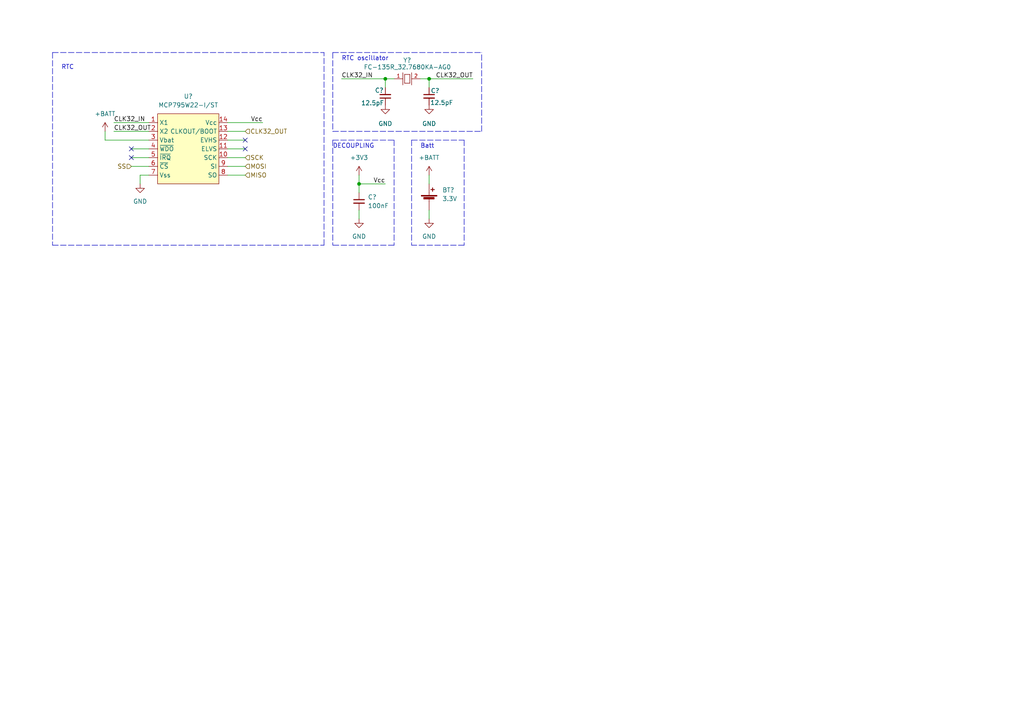
<source format=kicad_sch>
(kicad_sch (version 20211123) (generator eeschema)
  (paper "A4")
  (lib_symbols
    (symbol "Device:Battery_Cell" (pin_numbers hide) (pin_names (offset 0) hide)
      (property "Reference" "BT" (at 2.54 2.54 0))
      (property "Value" "Battery_Cell" (at 2.54 0 0))
      (symbol "Battery_Cell_0_1"
        (rectangle (start -2.286 1.778) (end 2.286 1.524) (fill (type outline)))
        (rectangle (start -1.5748 1.1938) (end 1.4732 0.6858) (fill (type outline)))
        (polyline (pts (xy 0 0.762) (xy 0 0)))
        (polyline (pts (xy 0 1.778) (xy 0 2.54)))
        (polyline (pts (xy 0.508 3.429) (xy 1.524 3.429)) (stroke (width 0.254)))
        (polyline (pts (xy 1.016 3.937) (xy 1.016 2.921)) (stroke (width 0.254)))
      )
      (symbol "Battery_Cell_1_1"
        (pin passive line (at 0 5.08 270) (length 2.54) (name "+") (number "1"))
        (pin passive line (at 0 -2.54 90) (length 2.54) (name "-") (number "2"))
      )
    )
    (symbol "Device:C_Small" (pin_numbers hide) (pin_names (offset 0.254) hide)
      (property "Reference" "C" (at 0.254 1.778 0))
      (property "Value" "C_Small" (at 0.254 -2.032 0))
      (symbol "C_Small_0_1"
        (polyline (pts (xy -1.524 -0.508) (xy 1.524 -0.508)) (stroke (width 0.3302)))
        (polyline (pts (xy -1.524 0.508) (xy 1.524 0.508)) (stroke (width 0.3048)))
      )
      (symbol "C_Small_1_1"
        (pin passive line (at 0 2.54 270) (length 2.032) (name "~") (number "1"))
        (pin passive line (at 0 -2.54 90) (length 2.032) (name "~") (number "2"))
      )
    )
    (symbol "power:+3.3V" (power) (pin_names (offset 0))
      (property "Value" "+3.3V" (at 0 3.556 0))
      (symbol "+3.3V_0_1"
        (polyline (pts (xy -0.762 1.27) (xy 0 2.54)))
        (polyline (pts (xy 0 0) (xy 0 2.54)))
        (polyline (pts (xy 0 2.54) (xy 0.762 1.27)))
      )
      (symbol "+3.3V_1_1"
        (pin power_in line (at 0 0 90) (length 0) hide (name "+3V3") (number "1"))
      )
    )
    (symbol "power:+BATT" (power) (pin_names (offset 0))
      (property "Value" "+BATT" (at 0 3.556 0))
      (symbol "+BATT_0_1"
        (polyline (pts (xy -0.762 1.27) (xy 0 2.54)))
        (polyline (pts (xy 0 0) (xy 0 2.54)))
        (polyline (pts (xy 0 2.54) (xy 0.762 1.27)))
      )
      (symbol "+BATT_1_1"
        (pin power_in line (at 0 0 90) (length 0) hide (name "+BATT") (number "1"))
      )
    )
    (symbol "power:GND" (power) (pin_names (offset 0))
      (property "Value" "GND" (at 0 -3.81 0))
      (symbol "GND_0_1"
        (polyline (pts (xy 0 0) (xy 0 -1.27) (xy 1.27 -1.27) (xy 0 -2.54) (xy -1.27 -1.27) (xy 0 -1.27)))
      )
      (symbol "GND_1_1"
        (pin power_in line (at 0 0 270) (length 0) hide (name "GND") (number "1"))
      )
    )
    (symbol "schematics:FC-135R_32.7680KA-AG0" (pin_names (offset 1.016) hide)
      (property "Reference" "Y" (at -3.81 3.81 0))
      (property "Value" "FC-135R_32.7680KA-AG0" (at -3.81 -5.1054 0))
      (symbol "FC-135R_32.7680KA-AG0_0_0"
        (polyline (pts (xy -1.27 1.778) (xy -1.27 -1.778)) (stroke (width 0.1524)))
        (polyline (pts (xy -0.762 -1.27) (xy -0.762 1.27)) (stroke (width 0.1524)))
        (polyline (pts (xy -0.762 1.27) (xy 0.762 1.27)) (stroke (width 0.1524)))
        (polyline (pts (xy 0.762 -1.27) (xy -0.762 -1.27)) (stroke (width 0.1524)))
        (polyline (pts (xy 0.762 1.27) (xy 0.762 -1.27)) (stroke (width 0.1524)))
        (polyline (pts (xy 1.27 -1.778) (xy 1.27 1.778)) (stroke (width 0.1524)))
        (pin passive line (at -3.81 0 0) (length 2.54) (name "~") (number "1"))
        (pin passive line (at 3.81 0 180) (length 2.54) (name "~") (number "2"))
      )
    )
    (symbol "schematics:MCP795W22-I{slash}ST"
      (property "Reference" "U" (at 0 13.97 0))
      (property "Value" "MCP795W22-I{slash}ST" (at 0 11.43 0))
      (symbol "MCP795W22-I{slash}ST_0_1"
        (rectangle (start -7.62 10.16) (end 10.16 -10.16) (fill (type background)))
      )
      (symbol "MCP795W22-I{slash}ST_1_1"
        (pin input line (at -10.16 7.62 0) (length 2.54) (name "X1") (number "1"))
        (pin input line (at 12.7 -2.54 180) (length 2.54) (name "SCK") (number "10"))
        (pin input line (at 12.7 0 180) (length 2.54) (name "ELVS") (number "11"))
        (pin input line (at 12.7 2.54 180) (length 2.54) (name "EVHS") (number "12"))
        (pin input line (at 12.7 5.08 180) (length 2.54) (name "CLKOUT/BOOT") (number "13"))
        (pin input line (at 12.7 7.62 180) (length 2.54) (name "Vcc") (number "14"))
        (pin input line (at -10.16 5.08 0) (length 2.54) (name "X2") (number "2"))
        (pin input line (at -10.16 2.54 0) (length 2.54) (name "Vbat") (number "3"))
        (pin input line (at -10.16 0 0) (length 2.54) (name "~{WDO}") (number "4"))
        (pin input line (at -10.16 -2.54 0) (length 2.54) (name "~{IRQ}") (number "5"))
        (pin input line (at -10.16 -5.08 0) (length 2.54) (name "~{CS}") (number "6"))
        (pin input line (at -10.16 -7.62 0) (length 2.54) (name "Vss") (number "7"))
        (pin input line (at 12.7 -7.62 180) (length 2.54) (name "SO") (number "8"))
        (pin input line (at 12.7 -5.08 180) (length 2.54) (name "SI") (number "9"))
      )
    )
  )
  (junction (at 111.76 22.86))
  (junction (at 124.46 22.86))
  (junction (at 104.14 53.34))
  (no_connect (at 71.12 40.64))
  (no_connect (at 38.1 43.18))
  (no_connect (at 71.12 43.18))
  (no_connect (at 38.1 45.72))
  (wire (pts (xy 33.02 38.1) (xy 43.18 38.1)))
  (wire (pts (xy 30.48 38.1) (xy 30.48 40.64)))
  (polyline (pts (xy 134.62 40.64) (xy 134.62 71.12)))
  (wire (pts (xy 71.12 45.72) (xy 66.04 45.72)))
  (wire (pts (xy 124.46 50.8) (xy 124.46 53.34)))
  (wire (pts (xy 124.46 22.86) (xy 124.46 25.4)))
  (polyline (pts (xy 134.62 71.12) (xy 119.38 71.12)))
  (polyline (pts (xy 96.52 15.24) (xy 96.52 38.1)))
  (wire (pts (xy 33.02 35.56) (xy 43.18 35.56)))
  (wire (pts (xy 124.46 22.86) (xy 137.16 22.86)))
  (polyline (pts (xy 114.3 71.12) (xy 96.52 71.12)))
  (polyline (pts (xy 96.52 40.64) (xy 114.3 40.64)))
  (polyline (pts (xy 96.52 40.64) (xy 96.52 71.12)))
  (wire (pts (xy 71.12 38.1) (xy 66.04 38.1)))
  (polyline (pts (xy 96.52 15.24) (xy 139.7 15.24)))
  (polyline (pts (xy 114.3 40.64) (xy 114.3 71.12)))
  (wire (pts (xy 38.1 48.26) (xy 43.18 48.26)))
  (wire (pts (xy 38.1 43.18) (xy 43.18 43.18)))
  (wire (pts (xy 111.76 22.86) (xy 111.76 25.4)))
  (wire (pts (xy 66.04 40.64) (xy 71.12 40.64)))
  (wire (pts (xy 43.18 50.8) (xy 40.64 50.8)))
  (wire (pts (xy 111.76 22.86) (xy 114.3 22.86)))
  (wire (pts (xy 99.06 22.86) (xy 111.76 22.86)))
  (wire (pts (xy 43.18 40.64) (xy 30.48 40.64)))
  (wire (pts (xy 124.46 60.96) (xy 124.46 63.5)))
  (wire (pts (xy 104.14 50.8) (xy 104.14 53.34)))
  (wire (pts (xy 66.04 35.56) (xy 76.2 35.56)))
  (wire (pts (xy 66.04 43.18) (xy 71.12 43.18)))
  (polyline (pts (xy 139.7 38.1) (xy 139.7 15.24)))
  (wire (pts (xy 104.14 53.34) (xy 111.76 53.34)))
  (wire (pts (xy 71.12 48.26) (xy 66.04 48.26)))
  (wire (pts (xy 104.14 60.96) (xy 104.14 63.5)))
  (polyline (pts (xy 15.24 15.24) (xy 93.98 15.24)))
  (polyline (pts (xy 119.38 40.64) (xy 119.38 71.12)))
  (wire (pts (xy 121.92 22.86) (xy 124.46 22.86)))
  (wire (pts (xy 71.12 50.8) (xy 66.04 50.8)))
  (polyline (pts (xy 15.24 15.24) (xy 15.24 71.12)))
  (wire (pts (xy 38.1 45.72) (xy 43.18 45.72)))
  (polyline (pts (xy 119.38 40.64) (xy 134.62 40.64)))
  (wire (pts (xy 40.64 50.8) (xy 40.64 53.34)))
  (polyline (pts (xy 93.98 71.12) (xy 93.98 15.24)))
  (polyline (pts (xy 96.52 38.1) (xy 139.7 38.1)))
  (wire (pts (xy 104.14 53.34) (xy 104.14 55.88)))
  (polyline (pts (xy 15.24 71.12) (xy 93.98 71.12)))
  (text "RTC\n" (at 17.78 20.32 0) (effects (font (size 1.27 1.27)) (justify left bottom)))
  (text "RTC oscillator\n" (at 99.06 17.78 0) (effects (font (size 1.27 1.27)) (justify left bottom)))
  (text "Batt" (at 121.92 43.18 0) (effects (font (size 1.27 1.27)) (justify left bottom)))
  (text "DECOUPLING\n" (at 96.52 43.18 0) (effects (font (size 1.27 1.27)) (justify left bottom)))
  (label "CLK32_OUT" (at 33.02 38.1 0))
  (label "CLK32_IN" (at 33.02 35.56 0))
  (label "Vcc" (at 76.2 35.56 180))
  (label "Vcc" (at 111.76 53.34 180))
  (label "CLK32_IN" (at 99.06 22.86 0))
  (label "CLK32_OUT" (at 137.16 22.86 180))
  (hierarchical_label "MISO" (shape input) (at 71.12 50.8 0))
  (hierarchical_label "SS" (shape input) (at 38.1 48.26 180))
  (hierarchical_label "SCK" (shape input) (at 71.12 45.72 0))
  (hierarchical_label "MOSI" (shape input) (at 71.12 48.26 0))
  (hierarchical_label "CLK32_OUT" (shape input) (at 71.12 38.1 0))
  (symbol (lib_id "power:GND") (at 124.46 30.48 0) (unit 1)
    (property "Reference" "#PWR?" (effects hide))
    (property "Value" "GND" (at 124.46 35.8648 0))
  )
  (symbol (lib_id "Device:C_Small") (at 124.46 27.94 0) (unit 1)
    (property "Reference" "C?" (at 124.9172 26.3144 0) (effects (justify left)))
    (property "Value" "12.5pF" (at 124.7648 29.7688 0) (effects (justify left)))
    (property "Footprint" "Capacitor_SMD:C_0603_1608Metric" (effects hide))
  )
  (symbol (lib_id "power:GND") (at 40.64 53.34 0) (unit 1)
    (property "Reference" "#PWR?" (effects hide))
    (property "Value" "GND" (at 40.64 58.42 0))
  )
  (symbol (lib_id "power:+BATT") (at 30.48 38.1 0) (unit 1)
    (property "Reference" "#PWR?" (effects hide))
    (property "Value" "+BATT" (at 30.48 33.02 0))
  )
  (symbol (lib_id "power:+3.3V") (at 104.14 50.8 0) (unit 1)
    (property "Reference" "#PWR?" (effects hide))
    (property "Value" "+3.3V" (at 104.14 45.72 0))
  )
  (symbol (lib_id "power:GND") (at 124.46 63.5 0) (unit 1)
    (property "Reference" "#PWR?" (effects hide))
    (property "Value" "GND" (at 124.46 68.58 0))
  )
  (symbol (lib_id "power:GND") (at 111.76 30.48 0) (unit 1)
    (property "Reference" "#PWR?" (effects hide))
    (property "Value" "GND" (at 111.76 35.8648 0))
  )
  (symbol (lib_id "Device:C_Small") (at 111.76 27.94 180) (unit 1)
    (property "Reference" "C?" (at 111.3028 26.2128 0) (effects (justify left)))
    (property "Value" "12.5pF" (at 111.4044 29.8704 0) (effects (justify left)))
    (property "Footprint" "Capacitor_SMD:C_0603_1608Metric" (effects hide))
  )
  (symbol (lib_id "power:GND") (at 104.14 63.5 0) (unit 1)
    (property "Reference" "#PWR?" (effects hide))
    (property "Value" "GND" (at 104.14 68.58 0))
  )
  (symbol (lib_id "power:+BATT") (at 124.46 50.8 0) (unit 1)
    (property "Reference" "#PWR?" (effects hide))
    (property "Value" "+BATT" (at 124.46 45.72 0))
  )
  (symbol (lib_id "Device:Battery_Cell") (at 124.46 58.42 0) (unit 1)
    (property "Reference" "BT?" (at 128.27 55.1179 0) (effects (justify left)))
    (property "Value" "3.3V" (at 128.27 57.6579 0) (effects (justify left)))
  )
  (symbol (lib_id "schematics:MCP795W22-I{slash}ST") (at 53.34 43.18 0) (unit 1)
    (property "Reference" "U?" (at 54.61 27.94 0))
    (property "Value" "MCP795W22-I/ST" (at 54.61 30.48 0))
  )
  (symbol (lib_id "Device:C_Small") (at 104.14 58.42 0) (unit 1)
    (property "Reference" "C?" (at 106.68 57.1562 0) (effects (justify left)))
    (property "Value" "100nF" (at 106.68 59.6962 0) (effects (justify left)))
  )
  (symbol (lib_id "schematics:FC-135R_32.7680KA-AG0") (at 118.11 22.86 0) (unit 1)
    (property "Reference" "Y?" (at 118.11 17.4752 0))
    (property "Value" "FC-135R_32.7680KA-AG0" (at 118.1608 19.4564 0))
    (property "Footprint" "footprints:XTAL_FC-135R_32.7680KA-AG0" (effects hide))
    (property "MANUFACTURER" "SEIKO EPSON CORPORATION" (effects hide))
    (property "STANDARD" "Manufacturer recommendations" (effects hide))
  )
)
</source>
